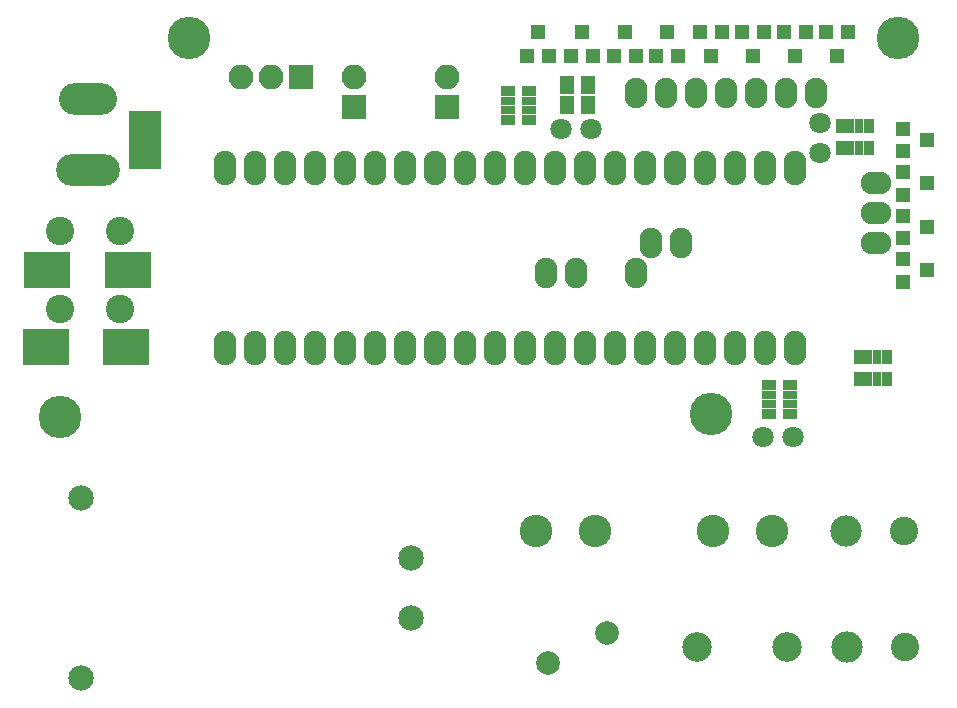
<source format=gbr>
G04 #@! TF.FileFunction,Soldermask,Top*
%FSLAX46Y46*%
G04 Gerber Fmt 4.6, Leading zero omitted, Abs format (unit mm)*
G04 Created by KiCad (PCBNEW 4.0.4-stable) date 07/15/18 19:45:34*
%MOMM*%
%LPD*%
G01*
G04 APERTURE LIST*
%ADD10C,0.100000*%
%ADD11C,3.600000*%
%ADD12O,1.924000X2.924000*%
%ADD13O,5.400000X2.700000*%
%ADD14R,2.700000X4.900000*%
%ADD15O,4.900000X2.700000*%
%ADD16R,3.900000X3.100000*%
%ADD17C,2.400000*%
%ADD18C,2.750000*%
%ADD19C,2.650000*%
%ADD20R,2.100000X2.100000*%
%ADD21O,2.100000X2.100000*%
%ADD22R,1.200000X0.900000*%
%ADD23R,1.200000X0.800000*%
%ADD24C,2.000000*%
%ADD25C,2.500000*%
%ADD26O,1.901140X2.599640*%
%ADD27O,2.599640X1.901140*%
%ADD28C,2.150000*%
%ADD29R,1.200000X1.300000*%
%ADD30R,1.300000X1.200000*%
%ADD31R,0.900000X1.200000*%
%ADD32R,0.800000X1.200000*%
%ADD33C,1.800000*%
G04 APERTURE END LIST*
D10*
D11*
X196723000Y-60071000D03*
X180848000Y-91948000D03*
X136652000Y-60071000D03*
D12*
X139700000Y-86296500D03*
X142240000Y-86296500D03*
X144780000Y-86296500D03*
X147320000Y-86296500D03*
X149860000Y-86296500D03*
X149860000Y-71056500D03*
X147320000Y-71056500D03*
X144780000Y-71056500D03*
X142240000Y-71056500D03*
X139700000Y-71056500D03*
X152400000Y-86296500D03*
X154940000Y-86296500D03*
X157480000Y-86296500D03*
X160020000Y-86296500D03*
X162560000Y-86296500D03*
X162560000Y-71056500D03*
X160020000Y-71056500D03*
X157480000Y-71056500D03*
X154940000Y-71056500D03*
X152400000Y-71056500D03*
X165100000Y-86296500D03*
X167640000Y-86296500D03*
X170180000Y-86296500D03*
X172720000Y-86296500D03*
X175260000Y-86296500D03*
X175260000Y-71056500D03*
X172720000Y-71056500D03*
X170180000Y-71056500D03*
X167640000Y-71056500D03*
X165100000Y-71056500D03*
X177800000Y-86296500D03*
X180340000Y-86296500D03*
X182880000Y-86296500D03*
X185420000Y-86296500D03*
X187960000Y-86296500D03*
X187960000Y-71056500D03*
X185420000Y-71056500D03*
X182880000Y-71056500D03*
X180340000Y-71056500D03*
X177800000Y-71056500D03*
D13*
X128143000Y-71221500D03*
D14*
X132943000Y-68721500D03*
D15*
X128143000Y-65221500D03*
D16*
X124552000Y-86233000D03*
X131352000Y-86233000D03*
X124680000Y-79692500D03*
X131480000Y-79692500D03*
D17*
X125730000Y-82994500D03*
X130810000Y-82984500D03*
D18*
X171055000Y-101854000D03*
X166055000Y-101854000D03*
X181055000Y-101854000D03*
X186055000Y-101854000D03*
D17*
X125730000Y-76390500D03*
X130810000Y-76380500D03*
X197214000Y-101854000D03*
D19*
X192294000Y-101854000D03*
D17*
X197278000Y-111633000D03*
D19*
X192358000Y-111633000D03*
D20*
X158496000Y-65913000D03*
D21*
X158496000Y-63373000D03*
D20*
X150622000Y-65913000D03*
D21*
X150622000Y-63373000D03*
D22*
X165492000Y-66986000D03*
D23*
X165492000Y-65386000D03*
X165492000Y-66186000D03*
D22*
X165492000Y-64586000D03*
D23*
X163692000Y-66186000D03*
D22*
X163692000Y-66986000D03*
D23*
X163692000Y-65386000D03*
D22*
X163692000Y-64586000D03*
X170445000Y-66097000D03*
D23*
X170445000Y-64497000D03*
X170445000Y-65297000D03*
D22*
X170445000Y-63697000D03*
D23*
X168645000Y-65297000D03*
D22*
X168645000Y-66097000D03*
D23*
X168645000Y-64497000D03*
D22*
X168645000Y-63697000D03*
D24*
X167068000Y-112966000D03*
X172068000Y-110466000D03*
D25*
X179705000Y-111633000D03*
X187325000Y-111633000D03*
D26*
X174498000Y-64770000D03*
X177038000Y-64770000D03*
X179578000Y-64770000D03*
X182118000Y-64770000D03*
X184658000Y-64770000D03*
X187198000Y-64770000D03*
X189738000Y-64770000D03*
X174498000Y-80010000D03*
X169418000Y-80010000D03*
X166878000Y-80010000D03*
X178308000Y-77470000D03*
X175768000Y-77470000D03*
D27*
X194818000Y-77470000D03*
X194818000Y-74930000D03*
X194818000Y-72390000D03*
D28*
X127508000Y-99060000D03*
X127508000Y-114300000D03*
X155448000Y-104140000D03*
X155448000Y-109220000D03*
D20*
X146177000Y-63373000D03*
D21*
X143637000Y-63373000D03*
X141097000Y-63373000D03*
D29*
X181798000Y-59579000D03*
X179898000Y-59579000D03*
X180848000Y-61579000D03*
X165293000Y-61579000D03*
X167193000Y-61579000D03*
X166243000Y-59579000D03*
X185354000Y-59579000D03*
X183454000Y-59579000D03*
X184404000Y-61579000D03*
X168976000Y-61579000D03*
X170876000Y-61579000D03*
X169926000Y-59579000D03*
X188910000Y-59579000D03*
X187010000Y-59579000D03*
X187960000Y-61579000D03*
X172659000Y-61579000D03*
X174559000Y-61579000D03*
X173609000Y-59579000D03*
X192466000Y-59579000D03*
X190566000Y-59579000D03*
X191516000Y-61579000D03*
X176215000Y-61579000D03*
X178115000Y-61579000D03*
X177165000Y-59579000D03*
D30*
X197120000Y-78806000D03*
X197120000Y-80706000D03*
X199120000Y-79756000D03*
X197120000Y-75123000D03*
X197120000Y-77023000D03*
X199120000Y-76073000D03*
X197120000Y-71440000D03*
X197120000Y-73340000D03*
X199120000Y-72390000D03*
X197120000Y-67757000D03*
X197120000Y-69657000D03*
X199120000Y-68707000D03*
D31*
X193364000Y-88911000D03*
D32*
X194964000Y-88911000D03*
X194164000Y-88911000D03*
D31*
X195764000Y-88911000D03*
D32*
X194164000Y-87111000D03*
D31*
X193364000Y-87111000D03*
D32*
X194964000Y-87111000D03*
D31*
X195764000Y-87111000D03*
D22*
X185790000Y-89478000D03*
D23*
X185790000Y-91078000D03*
X185790000Y-90278000D03*
D22*
X185790000Y-91878000D03*
D23*
X187590000Y-90278000D03*
D22*
X187590000Y-89478000D03*
D23*
X187590000Y-91078000D03*
D22*
X187590000Y-91878000D03*
D31*
X191840000Y-69353000D03*
D32*
X193440000Y-69353000D03*
X192640000Y-69353000D03*
D31*
X194240000Y-69353000D03*
D32*
X192640000Y-67553000D03*
D31*
X191840000Y-67553000D03*
D32*
X193440000Y-67553000D03*
D31*
X194240000Y-67553000D03*
D33*
X185293000Y-93853000D03*
X187833000Y-93853000D03*
X190119000Y-69850000D03*
X190119000Y-67310000D03*
X170688000Y-67818000D03*
X168148000Y-67818000D03*
D11*
X125730000Y-92202000D03*
M02*

</source>
